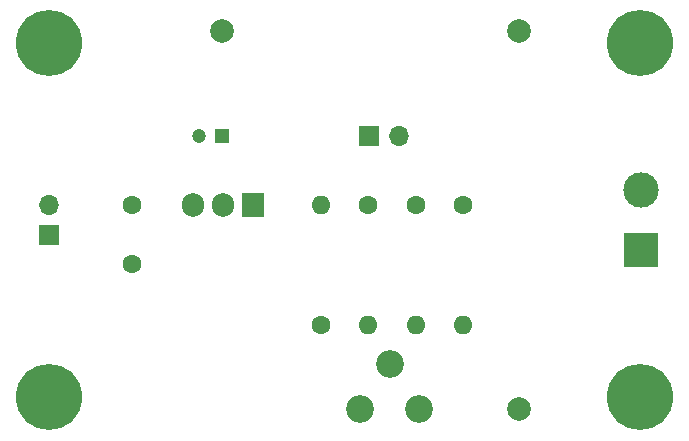
<source format=gbr>
G04 #@! TF.GenerationSoftware,KiCad,Pcbnew,(5.1.9)-1*
G04 #@! TF.CreationDate,2021-05-11T22:08:25+03:00*
G04 #@! TF.ProjectId,VariablePS,56617269-6162-46c6-9550-532e6b696361,1.0*
G04 #@! TF.SameCoordinates,Original*
G04 #@! TF.FileFunction,Copper,L1,Top*
G04 #@! TF.FilePolarity,Positive*
%FSLAX46Y46*%
G04 Gerber Fmt 4.6, Leading zero omitted, Abs format (unit mm)*
G04 Created by KiCad (PCBNEW (5.1.9)-1) date 2021-05-11 22:08:25*
%MOMM*%
%LPD*%
G01*
G04 APERTURE LIST*
G04 #@! TA.AperFunction,ComponentPad*
%ADD10C,2.340000*%
G04 #@! TD*
G04 #@! TA.AperFunction,ComponentPad*
%ADD11O,1.905000X2.000000*%
G04 #@! TD*
G04 #@! TA.AperFunction,ComponentPad*
%ADD12R,1.905000X2.000000*%
G04 #@! TD*
G04 #@! TA.AperFunction,ComponentPad*
%ADD13C,2.000000*%
G04 #@! TD*
G04 #@! TA.AperFunction,ComponentPad*
%ADD14O,1.600000X1.600000*%
G04 #@! TD*
G04 #@! TA.AperFunction,ComponentPad*
%ADD15C,1.600000*%
G04 #@! TD*
G04 #@! TA.AperFunction,ComponentPad*
%ADD16O,1.700000X1.700000*%
G04 #@! TD*
G04 #@! TA.AperFunction,ComponentPad*
%ADD17R,1.700000X1.700000*%
G04 #@! TD*
G04 #@! TA.AperFunction,ComponentPad*
%ADD18C,3.000000*%
G04 #@! TD*
G04 #@! TA.AperFunction,ComponentPad*
%ADD19R,3.000000X3.000000*%
G04 #@! TD*
G04 #@! TA.AperFunction,ComponentPad*
%ADD20C,5.600000*%
G04 #@! TD*
G04 #@! TA.AperFunction,ComponentPad*
%ADD21C,1.200000*%
G04 #@! TD*
G04 #@! TA.AperFunction,ComponentPad*
%ADD22R,1.200000X1.200000*%
G04 #@! TD*
G04 APERTURE END LIST*
D10*
X111518000Y-76302000D03*
X114018000Y-72502000D03*
X116518000Y-76302000D03*
D11*
X97370000Y-59030000D03*
X99910000Y-59030000D03*
D12*
X102450000Y-59030000D03*
D13*
X124980000Y-76312000D03*
X124980000Y-44288000D03*
X99834000Y-44288000D03*
D14*
X108216000Y-59040000D03*
D15*
X108216000Y-69200000D03*
D14*
X120200000Y-69200000D03*
D15*
X120200000Y-59040000D03*
D14*
X112200000Y-69200000D03*
D15*
X112200000Y-59040000D03*
D14*
X116200000Y-69200000D03*
D15*
X116200000Y-59040000D03*
D16*
X114820000Y-53198000D03*
D17*
X112280000Y-53198000D03*
D16*
X85200000Y-59030000D03*
D17*
X85200000Y-61570000D03*
D18*
X135300000Y-57760000D03*
D19*
X135300000Y-62840000D03*
D20*
X135200000Y-45300000D03*
X85200000Y-45300000D03*
X135200000Y-75300000D03*
X85200000Y-75300000D03*
D21*
X97834000Y-53198000D03*
D22*
X99834000Y-53198000D03*
D15*
X92200000Y-64030000D03*
X92200000Y-59030000D03*
M02*

</source>
